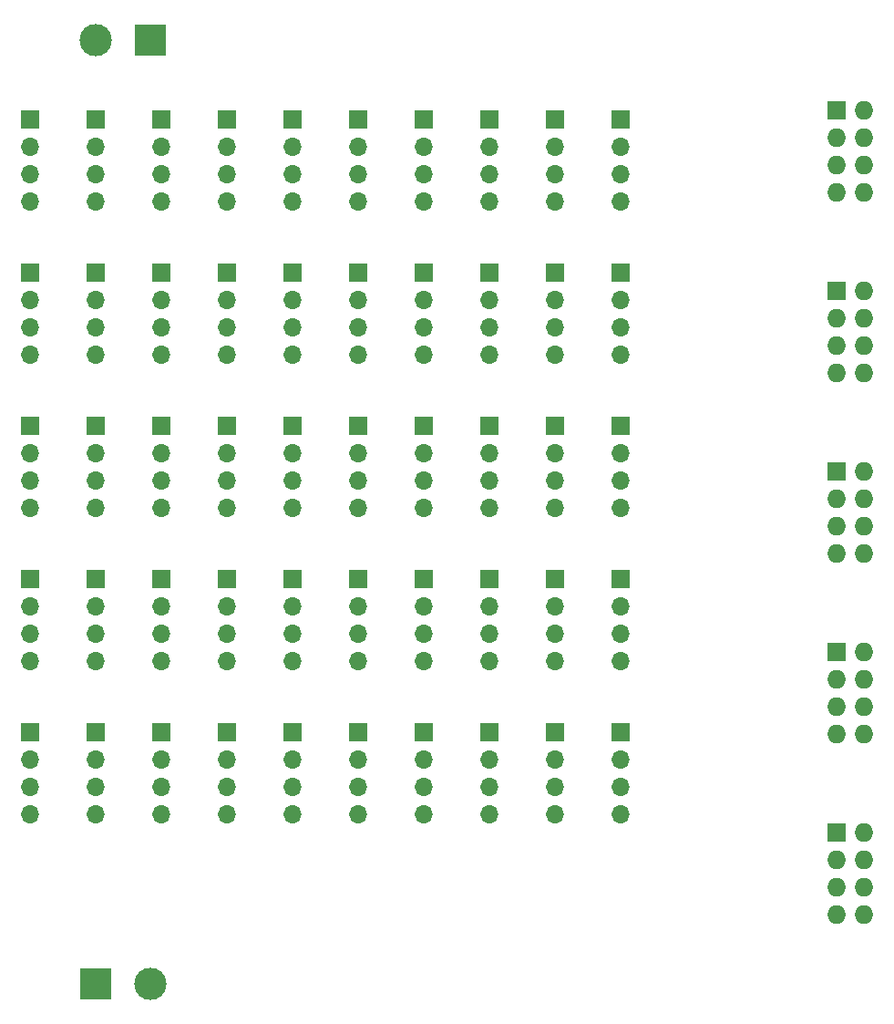
<source format=gbr>
%TF.GenerationSoftware,KiCad,Pcbnew,(6.0.4)*%
%TF.CreationDate,2022-04-03T13:08:36+08:00*%
%TF.ProjectId,Main_Board_Master,4d61696e-5f42-46f6-9172-645f4d617374,rev?*%
%TF.SameCoordinates,Original*%
%TF.FileFunction,Soldermask,Bot*%
%TF.FilePolarity,Negative*%
%FSLAX46Y46*%
G04 Gerber Fmt 4.6, Leading zero omitted, Abs format (unit mm)*
G04 Created by KiCad (PCBNEW (6.0.4)) date 2022-04-03 13:08:36*
%MOMM*%
%LPD*%
G01*
G04 APERTURE LIST*
%ADD10R,1.700000X1.700000*%
%ADD11O,1.700000X1.700000*%
%ADD12R,3.000000X3.000000*%
%ADD13C,3.000000*%
%ADD14R,1.727200X1.727200*%
%ADD15O,1.727200X1.727200*%
G04 APERTURE END LIST*
D10*
%TO.C,J1*%
X229666800Y-31927800D03*
D11*
X229666800Y-34467800D03*
X229666800Y-37007800D03*
X229666800Y-39547800D03*
%TD*%
D10*
%TO.C,J2*%
X223570800Y-31927800D03*
D11*
X223570800Y-34467800D03*
X223570800Y-37007800D03*
X223570800Y-39547800D03*
%TD*%
D10*
%TO.C,J3*%
X217474800Y-31927800D03*
D11*
X217474800Y-34467800D03*
X217474800Y-37007800D03*
X217474800Y-39547800D03*
%TD*%
D10*
%TO.C,J4*%
X211378800Y-31927800D03*
D11*
X211378800Y-34467800D03*
X211378800Y-37007800D03*
X211378800Y-39547800D03*
%TD*%
D10*
%TO.C,J5*%
X205282800Y-31927800D03*
D11*
X205282800Y-34467800D03*
X205282800Y-37007800D03*
X205282800Y-39547800D03*
%TD*%
D10*
%TO.C,J6*%
X199186800Y-31927800D03*
D11*
X199186800Y-34467800D03*
X199186800Y-37007800D03*
X199186800Y-39547800D03*
%TD*%
D10*
%TO.C,J7*%
X193090800Y-31927800D03*
D11*
X193090800Y-34467800D03*
X193090800Y-37007800D03*
X193090800Y-39547800D03*
%TD*%
D10*
%TO.C,J8*%
X186994800Y-31927800D03*
D11*
X186994800Y-34467800D03*
X186994800Y-37007800D03*
X186994800Y-39547800D03*
%TD*%
D10*
%TO.C,J9*%
X180898800Y-31927800D03*
D11*
X180898800Y-34467800D03*
X180898800Y-37007800D03*
X180898800Y-39547800D03*
%TD*%
D10*
%TO.C,J10*%
X174802800Y-31927800D03*
D11*
X174802800Y-34467800D03*
X174802800Y-37007800D03*
X174802800Y-39547800D03*
%TD*%
D10*
%TO.C,J12*%
X229666800Y-46151800D03*
D11*
X229666800Y-48691800D03*
X229666800Y-51231800D03*
X229666800Y-53771800D03*
%TD*%
D10*
%TO.C,J13*%
X223570800Y-46151800D03*
D11*
X223570800Y-48691800D03*
X223570800Y-51231800D03*
X223570800Y-53771800D03*
%TD*%
D10*
%TO.C,J14*%
X217474800Y-46151800D03*
D11*
X217474800Y-48691800D03*
X217474800Y-51231800D03*
X217474800Y-53771800D03*
%TD*%
D10*
%TO.C,J15*%
X211378800Y-46151800D03*
D11*
X211378800Y-48691800D03*
X211378800Y-51231800D03*
X211378800Y-53771800D03*
%TD*%
D10*
%TO.C,J16*%
X205282800Y-46151800D03*
D11*
X205282800Y-48691800D03*
X205282800Y-51231800D03*
X205282800Y-53771800D03*
%TD*%
D10*
%TO.C,J17*%
X199186800Y-46151800D03*
D11*
X199186800Y-48691800D03*
X199186800Y-51231800D03*
X199186800Y-53771800D03*
%TD*%
D10*
%TO.C,J18*%
X193090800Y-46151800D03*
D11*
X193090800Y-48691800D03*
X193090800Y-51231800D03*
X193090800Y-53771800D03*
%TD*%
D10*
%TO.C,J19*%
X186994800Y-46151800D03*
D11*
X186994800Y-48691800D03*
X186994800Y-51231800D03*
X186994800Y-53771800D03*
%TD*%
D10*
%TO.C,J20*%
X180898800Y-46151800D03*
D11*
X180898800Y-48691800D03*
X180898800Y-51231800D03*
X180898800Y-53771800D03*
%TD*%
D10*
%TO.C,J21*%
X174802800Y-46151800D03*
D11*
X174802800Y-48691800D03*
X174802800Y-51231800D03*
X174802800Y-53771800D03*
%TD*%
D10*
%TO.C,J23*%
X229666800Y-60375800D03*
D11*
X229666800Y-62915800D03*
X229666800Y-65455800D03*
X229666800Y-67995800D03*
%TD*%
D10*
%TO.C,J24*%
X223570800Y-60375800D03*
D11*
X223570800Y-62915800D03*
X223570800Y-65455800D03*
X223570800Y-67995800D03*
%TD*%
D10*
%TO.C,J25*%
X217474800Y-60375800D03*
D11*
X217474800Y-62915800D03*
X217474800Y-65455800D03*
X217474800Y-67995800D03*
%TD*%
D10*
%TO.C,J26*%
X211378800Y-60375800D03*
D11*
X211378800Y-62915800D03*
X211378800Y-65455800D03*
X211378800Y-67995800D03*
%TD*%
D10*
%TO.C,J27*%
X205282800Y-60375800D03*
D11*
X205282800Y-62915800D03*
X205282800Y-65455800D03*
X205282800Y-67995800D03*
%TD*%
D10*
%TO.C,J28*%
X199186800Y-60375800D03*
D11*
X199186800Y-62915800D03*
X199186800Y-65455800D03*
X199186800Y-67995800D03*
%TD*%
D10*
%TO.C,J29*%
X193090800Y-60375800D03*
D11*
X193090800Y-62915800D03*
X193090800Y-65455800D03*
X193090800Y-67995800D03*
%TD*%
D10*
%TO.C,J30*%
X186994800Y-60375800D03*
D11*
X186994800Y-62915800D03*
X186994800Y-65455800D03*
X186994800Y-67995800D03*
%TD*%
D10*
%TO.C,J31*%
X180898800Y-60375800D03*
D11*
X180898800Y-62915800D03*
X180898800Y-65455800D03*
X180898800Y-67995800D03*
%TD*%
D10*
%TO.C,J32*%
X174802800Y-60375800D03*
D11*
X174802800Y-62915800D03*
X174802800Y-65455800D03*
X174802800Y-67995800D03*
%TD*%
D10*
%TO.C,J34*%
X229666800Y-74599800D03*
D11*
X229666800Y-77139800D03*
X229666800Y-79679800D03*
X229666800Y-82219800D03*
%TD*%
D10*
%TO.C,J35*%
X223570800Y-74599800D03*
D11*
X223570800Y-77139800D03*
X223570800Y-79679800D03*
X223570800Y-82219800D03*
%TD*%
D10*
%TO.C,J36*%
X217474800Y-74599800D03*
D11*
X217474800Y-77139800D03*
X217474800Y-79679800D03*
X217474800Y-82219800D03*
%TD*%
D10*
%TO.C,J37*%
X211378800Y-74599800D03*
D11*
X211378800Y-77139800D03*
X211378800Y-79679800D03*
X211378800Y-82219800D03*
%TD*%
D10*
%TO.C,J38*%
X205282800Y-74599800D03*
D11*
X205282800Y-77139800D03*
X205282800Y-79679800D03*
X205282800Y-82219800D03*
%TD*%
D10*
%TO.C,J39*%
X199186800Y-74599800D03*
D11*
X199186800Y-77139800D03*
X199186800Y-79679800D03*
X199186800Y-82219800D03*
%TD*%
D10*
%TO.C,J40*%
X193090800Y-74599800D03*
D11*
X193090800Y-77139800D03*
X193090800Y-79679800D03*
X193090800Y-82219800D03*
%TD*%
D10*
%TO.C,J41*%
X186994800Y-74599800D03*
D11*
X186994800Y-77139800D03*
X186994800Y-79679800D03*
X186994800Y-82219800D03*
%TD*%
D10*
%TO.C,J42*%
X180898800Y-74599800D03*
D11*
X180898800Y-77139800D03*
X180898800Y-79679800D03*
X180898800Y-82219800D03*
%TD*%
D10*
%TO.C,J43*%
X174802800Y-74599800D03*
D11*
X174802800Y-77139800D03*
X174802800Y-79679800D03*
X174802800Y-82219800D03*
%TD*%
D10*
%TO.C,J45*%
X229666800Y-88823800D03*
D11*
X229666800Y-91363800D03*
X229666800Y-93903800D03*
X229666800Y-96443800D03*
%TD*%
D10*
%TO.C,J46*%
X223570800Y-88823800D03*
D11*
X223570800Y-91363800D03*
X223570800Y-93903800D03*
X223570800Y-96443800D03*
%TD*%
D10*
%TO.C,J47*%
X217474800Y-88823800D03*
D11*
X217474800Y-91363800D03*
X217474800Y-93903800D03*
X217474800Y-96443800D03*
%TD*%
D10*
%TO.C,J48*%
X211378800Y-88823800D03*
D11*
X211378800Y-91363800D03*
X211378800Y-93903800D03*
X211378800Y-96443800D03*
%TD*%
D10*
%TO.C,J49*%
X205282800Y-88823800D03*
D11*
X205282800Y-91363800D03*
X205282800Y-93903800D03*
X205282800Y-96443800D03*
%TD*%
D10*
%TO.C,J50*%
X199186800Y-88823800D03*
D11*
X199186800Y-91363800D03*
X199186800Y-93903800D03*
X199186800Y-96443800D03*
%TD*%
D10*
%TO.C,J51*%
X193090800Y-88823800D03*
D11*
X193090800Y-91363800D03*
X193090800Y-93903800D03*
X193090800Y-96443800D03*
%TD*%
D10*
%TO.C,J52*%
X186994800Y-88823800D03*
D11*
X186994800Y-91363800D03*
X186994800Y-93903800D03*
X186994800Y-96443800D03*
%TD*%
D10*
%TO.C,J53*%
X180898800Y-88823800D03*
D11*
X180898800Y-91363800D03*
X180898800Y-93903800D03*
X180898800Y-96443800D03*
%TD*%
D10*
%TO.C,J54*%
X174802800Y-88823800D03*
D11*
X174802800Y-91363800D03*
X174802800Y-93903800D03*
X174802800Y-96443800D03*
%TD*%
D12*
%TO.C,J56*%
X180898800Y-112191800D03*
D13*
X185978800Y-112191800D03*
%TD*%
D12*
%TO.C,J57*%
X185978800Y-24612600D03*
D13*
X180898800Y-24612600D03*
%TD*%
D14*
%TO.C,U1*%
X249656600Y-31089600D03*
D15*
X252196600Y-31089600D03*
X249656600Y-33629600D03*
X252196600Y-33629600D03*
X249656600Y-36169600D03*
X252196600Y-36169600D03*
X249656600Y-38709600D03*
X252196600Y-38709600D03*
%TD*%
D14*
%TO.C,U2*%
X249656600Y-47859950D03*
D15*
X252196600Y-47859950D03*
X249656600Y-50399950D03*
X252196600Y-50399950D03*
X249656600Y-52939950D03*
X252196600Y-52939950D03*
X249656600Y-55479950D03*
X252196600Y-55479950D03*
%TD*%
D14*
%TO.C,U3*%
X249656600Y-64630300D03*
D15*
X252196600Y-64630300D03*
X249656600Y-67170300D03*
X252196600Y-67170300D03*
X249656600Y-69710300D03*
X252196600Y-69710300D03*
X249656600Y-72250300D03*
X252196600Y-72250300D03*
%TD*%
D14*
%TO.C,U4*%
X249656600Y-81400650D03*
D15*
X252196600Y-81400650D03*
X249656600Y-83940650D03*
X252196600Y-83940650D03*
X249656600Y-86480650D03*
X252196600Y-86480650D03*
X249656600Y-89020650D03*
X252196600Y-89020650D03*
%TD*%
D14*
%TO.C,U5*%
X249656600Y-98171000D03*
D15*
X252196600Y-98171000D03*
X249656600Y-100711000D03*
X252196600Y-100711000D03*
X249656600Y-103251000D03*
X252196600Y-103251000D03*
X249656600Y-105791000D03*
X252196600Y-105791000D03*
%TD*%
M02*

</source>
